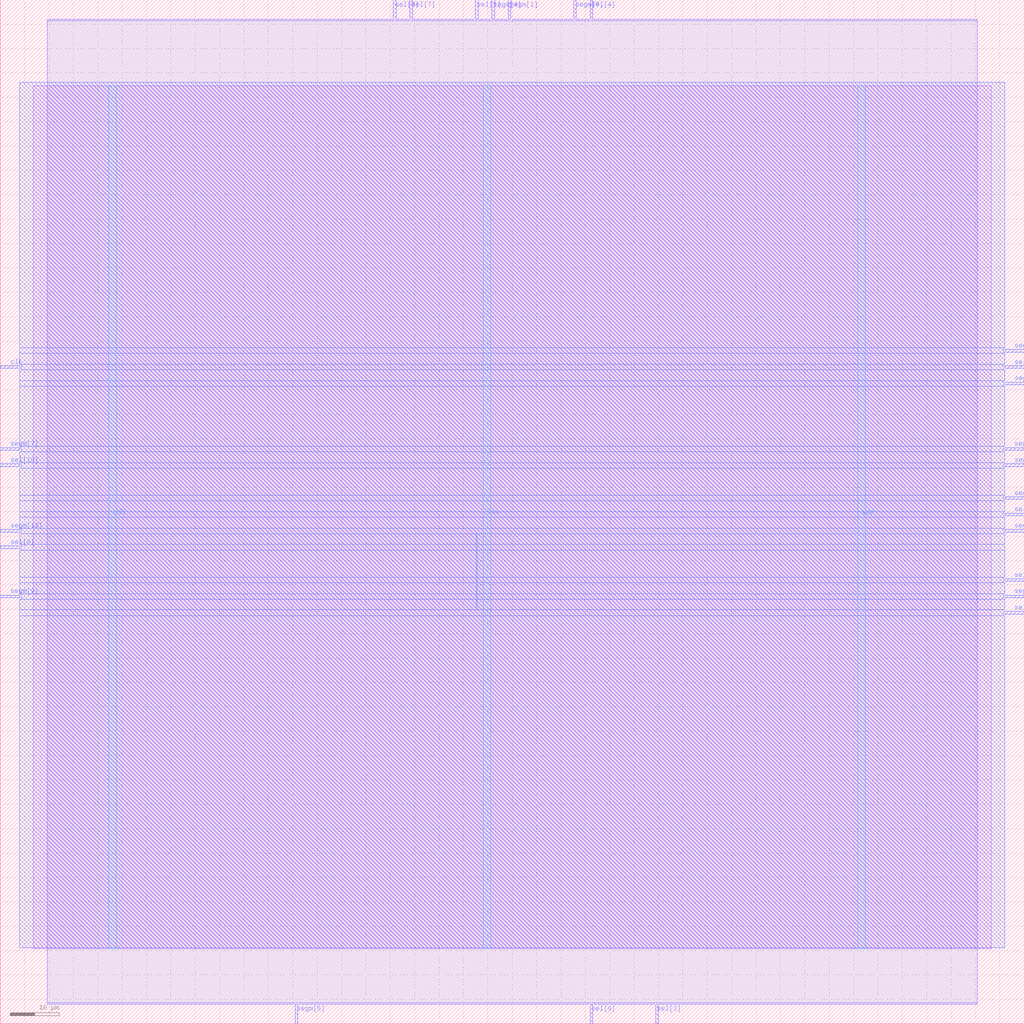
<source format=lef>
VERSION 5.7 ;
  NOWIREEXTENSIONATPIN ON ;
  DIVIDERCHAR "/" ;
  BUSBITCHARS "[]" ;
MACRO ita26
  CLASS BLOCK ;
  FOREIGN ita26 ;
  ORIGIN 0.000 0.000 ;
  SIZE 210.000 BY 210.000 ;
  PIN clk
    DIRECTION INPUT ;
    USE SIGNAL ;
    ANTENNAGATEAREA 4.738000 ;
    ANTENNADIFFAREA 0.410400 ;
    PORT
      LAYER Metal3 ;
        RECT 0.000 134.400 4.000 134.960 ;
    END
  END clk
  PIN segm[0]
    DIRECTION OUTPUT TRISTATE ;
    USE SIGNAL ;
    ANTENNADIFFAREA 4.731200 ;
    PORT
      LAYER Metal3 ;
        RECT 206.000 137.760 210.000 138.320 ;
    END
  END segm[0]
  PIN segm[10]
    DIRECTION OUTPUT TRISTATE ;
    USE SIGNAL ;
    ANTENNADIFFAREA 4.731200 ;
    PORT
      LAYER Metal3 ;
        RECT 206.000 117.600 210.000 118.160 ;
    END
  END segm[10]
  PIN segm[11]
    DIRECTION OUTPUT TRISTATE ;
    USE SIGNAL ;
    ANTENNADIFFAREA 4.731200 ;
    PORT
      LAYER Metal3 ;
        RECT 206.000 107.520 210.000 108.080 ;
    END
  END segm[11]
  PIN segm[12]
    DIRECTION OUTPUT TRISTATE ;
    USE SIGNAL ;
    ANTENNADIFFAREA 4.731200 ;
    PORT
      LAYER Metal3 ;
        RECT 0.000 100.800 4.000 101.360 ;
    END
  END segm[12]
  PIN segm[13]
    DIRECTION OUTPUT TRISTATE ;
    USE SIGNAL ;
    ANTENNADIFFAREA 4.731200 ;
    PORT
      LAYER Metal3 ;
        RECT 206.000 87.360 210.000 87.920 ;
    END
  END segm[13]
  PIN segm[1]
    DIRECTION OUTPUT TRISTATE ;
    USE SIGNAL ;
    ANTENNADIFFAREA 4.731200 ;
    PORT
      LAYER Metal2 ;
        RECT 104.160 206.000 104.720 210.000 ;
    END
  END segm[1]
  PIN segm[2]
    DIRECTION OUTPUT TRISTATE ;
    USE SIGNAL ;
    ANTENNADIFFAREA 4.731200 ;
    PORT
      LAYER Metal3 ;
        RECT 206.000 100.800 210.000 101.360 ;
    END
  END segm[2]
  PIN segm[3]
    DIRECTION OUTPUT TRISTATE ;
    USE SIGNAL ;
    ANTENNADIFFAREA 4.731200 ;
    PORT
      LAYER Metal3 ;
        RECT 206.000 131.040 210.000 131.600 ;
    END
  END segm[3]
  PIN segm[4]
    DIRECTION OUTPUT TRISTATE ;
    USE SIGNAL ;
    ANTENNADIFFAREA 4.731200 ;
    PORT
      LAYER Metal2 ;
        RECT 100.800 206.000 101.360 210.000 ;
    END
  END segm[4]
  PIN segm[5]
    DIRECTION OUTPUT TRISTATE ;
    USE SIGNAL ;
    ANTENNADIFFAREA 0.360800 ;
    PORT
      LAYER Metal2 ;
        RECT 60.480 0.000 61.040 4.000 ;
    END
  END segm[5]
  PIN segm[6]
    DIRECTION OUTPUT TRISTATE ;
    USE SIGNAL ;
    ANTENNADIFFAREA 4.731200 ;
    PORT
      LAYER Metal3 ;
        RECT 206.000 114.240 210.000 114.800 ;
    END
  END segm[6]
  PIN segm[7]
    DIRECTION OUTPUT TRISTATE ;
    USE SIGNAL ;
    ANTENNADIFFAREA 4.731200 ;
    PORT
      LAYER Metal3 ;
        RECT 0.000 117.600 4.000 118.160 ;
    END
  END segm[7]
  PIN segm[8]
    DIRECTION OUTPUT TRISTATE ;
    USE SIGNAL ;
    ANTENNADIFFAREA 4.731200 ;
    PORT
      LAYER Metal2 ;
        RECT 117.600 206.000 118.160 210.000 ;
    END
  END segm[8]
  PIN segm[9]
    DIRECTION OUTPUT TRISTATE ;
    USE SIGNAL ;
    ANTENNADIFFAREA 4.731200 ;
    PORT
      LAYER Metal3 ;
        RECT 0.000 87.360 4.000 87.920 ;
    END
  END segm[9]
  PIN sel[0]
    DIRECTION OUTPUT TRISTATE ;
    USE SIGNAL ;
    ANTENNADIFFAREA 4.731200 ;
    PORT
      LAYER Metal2 ;
        RECT 120.960 0.000 121.520 4.000 ;
    END
  END sel[0]
  PIN sel[10]
    DIRECTION OUTPUT TRISTATE ;
    USE SIGNAL ;
    ANTENNADIFFAREA 4.731200 ;
    PORT
      LAYER Metal3 ;
        RECT 0.000 114.240 4.000 114.800 ;
    END
  END sel[10]
  PIN sel[11]
    DIRECTION OUTPUT TRISTATE ;
    USE SIGNAL ;
    ANTENNADIFFAREA 4.731200 ;
    PORT
      LAYER Metal3 ;
        RECT 206.000 90.720 210.000 91.280 ;
    END
  END sel[11]
  PIN sel[1]
    DIRECTION OUTPUT TRISTATE ;
    USE SIGNAL ;
    ANTENNADIFFAREA 4.731200 ;
    PORT
      LAYER Metal2 ;
        RECT 97.440 206.000 98.000 210.000 ;
    END
  END sel[1]
  PIN sel[2]
    DIRECTION OUTPUT TRISTATE ;
    USE SIGNAL ;
    ANTENNADIFFAREA 4.731200 ;
    PORT
      LAYER Metal3 ;
        RECT 206.000 104.160 210.000 104.720 ;
    END
  END sel[2]
  PIN sel[3]
    DIRECTION OUTPUT TRISTATE ;
    USE SIGNAL ;
    ANTENNADIFFAREA 4.731200 ;
    PORT
      LAYER Metal2 ;
        RECT 134.400 0.000 134.960 4.000 ;
    END
  END sel[3]
  PIN sel[4]
    DIRECTION OUTPUT TRISTATE ;
    USE SIGNAL ;
    ANTENNADIFFAREA 4.731200 ;
    PORT
      LAYER Metal2 ;
        RECT 120.960 206.000 121.520 210.000 ;
    END
  END sel[4]
  PIN sel[5]
    DIRECTION OUTPUT TRISTATE ;
    USE SIGNAL ;
    ANTENNADIFFAREA 4.731200 ;
    PORT
      LAYER Metal3 ;
        RECT 206.000 134.400 210.000 134.960 ;
    END
  END sel[5]
  PIN sel[6]
    DIRECTION OUTPUT TRISTATE ;
    USE SIGNAL ;
    ANTENNADIFFAREA 4.731200 ;
    PORT
      LAYER Metal3 ;
        RECT 206.000 84.000 210.000 84.560 ;
    END
  END sel[6]
  PIN sel[7]
    DIRECTION OUTPUT TRISTATE ;
    USE SIGNAL ;
    ANTENNADIFFAREA 4.731200 ;
    PORT
      LAYER Metal2 ;
        RECT 84.000 206.000 84.560 210.000 ;
    END
  END sel[7]
  PIN sel[8]
    DIRECTION OUTPUT TRISTATE ;
    USE SIGNAL ;
    ANTENNADIFFAREA 4.731200 ;
    PORT
      LAYER Metal2 ;
        RECT 80.640 206.000 81.200 210.000 ;
    END
  END sel[8]
  PIN sel[9]
    DIRECTION OUTPUT TRISTATE ;
    USE SIGNAL ;
    ANTENNADIFFAREA 4.731200 ;
    PORT
      LAYER Metal3 ;
        RECT 0.000 97.440 4.000 98.000 ;
    END
  END sel[9]
  PIN vdd
    DIRECTION INOUT ;
    USE POWER ;
    PORT
      LAYER Metal4 ;
        RECT 22.240 15.380 23.840 192.380 ;
    END
    PORT
      LAYER Metal4 ;
        RECT 175.840 15.380 177.440 192.380 ;
    END
  END vdd
  PIN vss
    DIRECTION INOUT ;
    USE GROUND ;
    PORT
      LAYER Metal4 ;
        RECT 99.040 15.380 100.640 192.380 ;
    END
  END vss
  OBS
      LAYER Metal1 ;
        RECT 6.720 15.380 203.280 192.380 ;
      LAYER Metal2 ;
        RECT 9.660 205.700 80.340 206.000 ;
        RECT 81.500 205.700 83.700 206.000 ;
        RECT 84.860 205.700 97.140 206.000 ;
        RECT 98.300 205.700 100.500 206.000 ;
        RECT 101.660 205.700 103.860 206.000 ;
        RECT 105.020 205.700 117.300 206.000 ;
        RECT 118.460 205.700 120.660 206.000 ;
        RECT 121.820 205.700 200.340 206.000 ;
        RECT 9.660 4.300 200.340 205.700 ;
        RECT 9.660 4.000 60.180 4.300 ;
        RECT 61.340 4.000 120.660 4.300 ;
        RECT 121.820 4.000 134.100 4.300 ;
        RECT 135.260 4.000 200.340 4.300 ;
      LAYER Metal3 ;
        RECT 4.000 138.620 206.000 193.060 ;
        RECT 4.000 137.460 205.700 138.620 ;
        RECT 4.000 135.260 206.000 137.460 ;
        RECT 4.300 134.100 205.700 135.260 ;
        RECT 4.000 131.900 206.000 134.100 ;
        RECT 4.000 130.740 205.700 131.900 ;
        RECT 4.000 118.460 206.000 130.740 ;
        RECT 4.300 117.300 205.700 118.460 ;
        RECT 4.000 115.100 206.000 117.300 ;
        RECT 4.300 113.940 205.700 115.100 ;
        RECT 4.000 108.380 206.000 113.940 ;
        RECT 4.000 107.220 205.700 108.380 ;
        RECT 4.000 105.020 206.000 107.220 ;
        RECT 4.000 103.860 205.700 105.020 ;
        RECT 4.000 101.660 206.000 103.860 ;
        RECT 4.300 100.500 205.700 101.660 ;
        RECT 4.000 98.300 206.000 100.500 ;
        RECT 4.300 97.140 206.000 98.300 ;
        RECT 4.000 91.580 206.000 97.140 ;
        RECT 4.000 90.420 205.700 91.580 ;
        RECT 4.000 88.220 206.000 90.420 ;
        RECT 4.300 87.060 205.700 88.220 ;
        RECT 4.000 84.860 206.000 87.060 ;
        RECT 4.000 83.700 205.700 84.860 ;
        RECT 4.000 15.540 206.000 83.700 ;
      LAYER Metal4 ;
        RECT 97.580 85.210 97.860 100.710 ;
  END
END ita26
END LIBRARY


</source>
